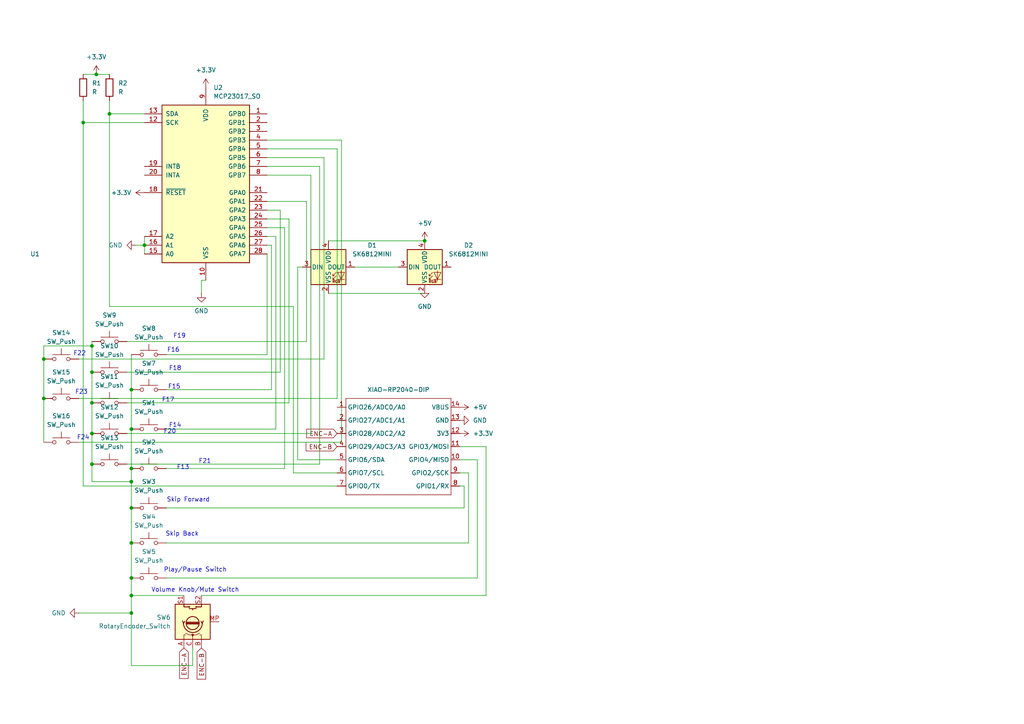
<source format=kicad_sch>
(kicad_sch (version 20231120) (generator "eeschema") (generator_version "8.0")
  (paper "A4")
  (lib_symbols
    (symbol "Device:R" (pin_numbers hide) (pin_names (offset 0))
      (property "Reference" "R" (at 2.032 0 90))
      (property "Value" "R" (at 0 0 90))
      (symbol "R_0_1"
        (rectangle (start -1.016 -2.54) (end 1.016 2.54) (stroke (width 0.254)))
      )
      (symbol "R_1_1"
        (pin passive line (at 0 3.81 270) (length 1.27) (name "~") (number "1"))
        (pin passive line (at 0 -3.81 90) (length 1.27) (name "~") (number "2"))
      )
    )
    (symbol "Device:RotaryEncoder_Switch_MP" (pin_names (offset 0.254) hide)
      (property "Reference" "SW" (at 0 8.89 0))
      (property "Value" "RotaryEncoder_Switch_MP" (at 0 6.35 0))
      (symbol "RotaryEncoder_Switch_MP_0_1"
        (rectangle (start -5.08 5.08) (end 5.08 -5.08) (stroke (width 0.254)) (fill (type background)))
        (circle (center -3.81 0) (radius 0.254) (fill (type outline)))
        (circle (center -0.381 0) (radius 1.905) (stroke (width 0.254)))
        (arc (start -0.381 2.667) (mid -3.0988 -0.0635) (end -0.381 -2.794) (stroke (width 0.254)))
        (polyline (pts (xy -0.635 -1.778) (xy -0.635 1.778)) (stroke (width 0.254)))
        (polyline (pts (xy -0.381 -1.778) (xy -0.381 1.778)) (stroke (width 0.254)))
        (polyline (pts (xy -0.127 1.778) (xy -0.127 -1.778)) (stroke (width 0.254)))
        (polyline (pts (xy 3.81 0) (xy 3.429 0)) (stroke (width 0.254)))
        (polyline (pts (xy 3.81 1.016) (xy 3.81 -1.016)) (stroke (width 0.254)))
        (polyline (pts (xy -5.08 -2.54) (xy -3.81 -2.54) (xy -3.81 -2.032)))
        (polyline (pts (xy -5.08 2.54) (xy -3.81 2.54) (xy -3.81 2.032)))
        (polyline (pts (xy 0.254 -3.048) (xy -0.508 -2.794) (xy 0.127 -2.413)) (stroke (width 0.254)))
        (polyline (pts (xy 0.254 2.921) (xy -0.508 2.667) (xy 0.127 2.286)) (stroke (width 0.254)))
        (polyline (pts (xy 5.08 -2.54) (xy 4.318 -2.54) (xy 4.318 -1.016)) (stroke (width 0.254)))
        (polyline (pts (xy 5.08 2.54) (xy 4.318 2.54) (xy 4.318 1.016)) (stroke (width 0.254)))
        (polyline (pts (xy -5.08 0) (xy -3.81 0) (xy -3.81 -1.016) (xy -3.302 -2.032)))
        (polyline (pts (xy -4.318 0) (xy -3.81 0) (xy -3.81 1.016) (xy -3.302 2.032)))
        (circle (center 4.318 -1.016) (radius 0.127) (stroke (width 0.254)))
        (circle (center 4.318 1.016) (radius 0.127) (stroke (width 0.254)))
      )
      (symbol "RotaryEncoder_Switch_MP_1_1"
        (pin passive line (at -7.62 2.54 0) (length 2.54) (name "A") (number "A"))
        (pin passive line (at -7.62 -2.54 0) (length 2.54) (name "B") (number "B"))
        (pin passive line (at -7.62 0 0) (length 2.54) (name "C") (number "C"))
        (pin passive line (at 0 -7.62 90) (length 2.54) (name "MP") (number "MP"))
        (pin passive line (at 7.62 2.54 180) (length 2.54) (name "S1") (number "S1"))
        (pin passive line (at 7.62 -2.54 180) (length 2.54) (name "S2") (number "S2"))
      )
    )
    (symbol "Interface_Expansion:MCP23017_SO" (pin_names (offset 1.016))
      (property "Reference" "U" (at -11.43 24.13 0))
      (property "Value" "MCP23017_SO" (at 0 0 0))
      (symbol "MCP23017_SO_0_1"
        (rectangle (start -12.7 22.86) (end 12.7 -22.86) (stroke (width 0.254)) (fill (type background)))
      )
      (symbol "MCP23017_SO_1_1"
        (pin bidirectional line (at 17.78 20.32 180) (length 5.08) (name "GPB0") (number "1"))
        (pin power_in line (at 0 -27.94 90) (length 5.08) (name "VSS") (number "10"))
        (pin no_connect line (at -12.7 15.24 0) (length 5.08) hide (name "NC") (number "11"))
        (pin input line (at -17.78 17.78 0) (length 5.08) (name "SCK") (number "12"))
        (pin bidirectional line (at -17.78 20.32 0) (length 5.08) (name "SDA") (number "13"))
        (pin no_connect line (at -12.7 12.7 0) (length 5.08) hide (name "NC") (number "14"))
        (pin input line (at -17.78 -20.32 0) (length 5.08) (name "A0") (number "15"))
        (pin input line (at -17.78 -17.78 0) (length 5.08) (name "A1") (number "16"))
        (pin input line (at -17.78 -15.24 0) (length 5.08) (name "A2") (number "17"))
        (pin input line (at -17.78 -2.54 0) (length 5.08) (name "~{RESET}") (number "18"))
        (pin tri_state line (at -17.78 5.08 0) (length 5.08) (name "INTB") (number "19"))
        (pin bidirectional line (at 17.78 17.78 180) (length 5.08) (name "GPB1") (number "2"))
        (pin tri_state line (at -17.78 2.54 0) (length 5.08) (name "INTA") (number "20"))
        (pin bidirectional line (at 17.78 -2.54 180) (length 5.08) (name "GPA0") (number "21"))
        (pin bidirectional line (at 17.78 -5.08 180) (length 5.08) (name "GPA1") (number "22"))
        (pin bidirectional line (at 17.78 -7.62 180) (length 5.08) (name "GPA2") (number "23"))
        (pin bidirectional line (at 17.78 -10.16 180) (length 5.08) (name "GPA3") (number "24"))
        (pin bidirectional line (at 17.78 -12.7 180) (length 5.08) (name "GPA4") (number "25"))
        (pin bidirectional line (at 17.78 -15.24 180) (length 5.08) (name "GPA5") (number "26"))
        (pin bidirectional line (at 17.78 -17.78 180) (length 5.08) (name "GPA6") (number "27"))
        (pin output line (at 17.78 -20.32 180) (length 5.08) (name "GPA7") (number "28"))
        (pin bidirectional line (at 17.78 15.24 180) (length 5.08) (name "GPB2") (number "3"))
        (pin bidirectional line (at 17.78 12.7 180) (length 5.08) (name "GPB3") (number "4"))
        (pin bidirectional line (at 17.78 10.16 180) (length 5.08) (name "GPB4") (number "5"))
        (pin bidirectional line (at 17.78 7.62 180) (length 5.08) (name "GPB5") (number "6"))
        (pin bidirectional line (at 17.78 5.08 180) (length 5.08) (name "GPB6") (number "7"))
        (pin output line (at 17.78 2.54 180) (length 5.08) (name "GPB7") (number "8"))
        (pin power_in line (at 0 27.94 270) (length 5.08) (name "VDD") (number "9"))
      )
    )
    (symbol "LED:SK6812MINI" (pin_names (offset 0.254))
      (property "Reference" "D" (at 5.08 5.715 0))
      (property "Value" "SK6812MINI" (at 1.27 -5.715 0))
      (symbol "SK6812MINI_0_0"
        (text "RGB" (at 2.286 -4.191 0) (effects (font (size 0.762 0.762))))
      )
      (symbol "SK6812MINI_0_1"
        (polyline (pts (xy 1.27 -3.556) (xy 1.778 -3.556)))
        (polyline (pts (xy 1.27 -2.54) (xy 1.778 -2.54)))
        (polyline (pts (xy 4.699 -3.556) (xy 2.667 -3.556)))
        (polyline (pts (xy 2.286 -2.54) (xy 1.27 -3.556) (xy 1.27 -3.048)))
        (polyline (pts (xy 2.286 -1.524) (xy 1.27 -2.54) (xy 1.27 -2.032)))
        (polyline (pts (xy 3.683 -1.016) (xy 3.683 -3.556) (xy 3.683 -4.064)))
        (polyline (pts (xy 4.699 -1.524) (xy 2.667 -1.524) (xy 3.683 -3.556) (xy 4.699 -1.524)))
        (rectangle (start 5.08 5.08) (end -5.08 -5.08) (stroke (width 0.254)) (fill (type background)))
      )
      (symbol "SK6812MINI_1_1"
        (pin output line (at 7.62 0 180) (length 2.54) (name "DOUT") (number "1"))
        (pin power_in line (at 0 -7.62 90) (length 2.54) (name "VSS") (number "2"))
        (pin input line (at -7.62 0 0) (length 2.54) (name "DIN") (number "3"))
        (pin power_in line (at 0 7.62 270) (length 2.54) (name "VDD") (number "4"))
      )
    )
    (symbol "OPL:XIAO-RP2040-DIP"
      (property "Reference" "U" (at 0 0 0))
      (property "Value" "XIAO-RP2040-DIP" (at 5.334 -1.778 0))
      (symbol "XIAO-RP2040-DIP_1_0"
        (polyline (pts (xy -1.27 -30.48) (xy -1.27 -16.51)) (stroke (width 0.1524)))
        (polyline (pts (xy -1.27 -27.94) (xy -2.54 -27.94)) (stroke (width 0.1524)))
        (polyline (pts (xy -1.27 -24.13) (xy -2.54 -24.13)) (stroke (width 0.1524)))
        (polyline (pts (xy -1.27 -20.32) (xy -2.54 -20.32)) (stroke (width 0.1524)))
        (polyline (pts (xy -1.27 -16.51) (xy -2.54 -16.51)) (stroke (width 0.1524)))
        (polyline (pts (xy -1.27 -16.51) (xy -1.27 -12.7)) (stroke (width 0.1524)))
        (polyline (pts (xy -1.27 -12.7) (xy -2.54 -12.7)) (stroke (width 0.1524)))
        (polyline (pts (xy -1.27 -12.7) (xy -1.27 -8.89)) (stroke (width 0.1524)))
        (polyline (pts (xy -1.27 -8.89) (xy -2.54 -8.89)) (stroke (width 0.1524)))
        (polyline (pts (xy -1.27 -8.89) (xy -1.27 -5.08)) (stroke (width 0.1524)))
        (polyline (pts (xy -1.27 -5.08) (xy -2.54 -5.08)) (stroke (width 0.1524)))
        (polyline (pts (xy -1.27 -5.08) (xy -1.27 -2.54)) (stroke (width 0.1524)))
        (polyline (pts (xy -1.27 -2.54) (xy 29.21 -2.54)) (stroke (width 0.1524)))
        (polyline (pts (xy 29.21 -30.48) (xy -1.27 -30.48)) (stroke (width 0.1524)))
        (polyline (pts (xy 29.21 -12.7) (xy 29.21 -30.48)) (stroke (width 0.1524)))
        (polyline (pts (xy 29.21 -8.89) (xy 29.21 -12.7)) (stroke (width 0.1524)))
        (polyline (pts (xy 29.21 -5.08) (xy 29.21 -8.89)) (stroke (width 0.1524)))
        (polyline (pts (xy 29.21 -2.54) (xy 29.21 -5.08)) (stroke (width 0.1524)))
        (polyline (pts (xy 30.48 -27.94) (xy 29.21 -27.94)) (stroke (width 0.1524)))
        (polyline (pts (xy 30.48 -24.13) (xy 29.21 -24.13)) (stroke (width 0.1524)))
        (polyline (pts (xy 30.48 -20.32) (xy 29.21 -20.32)) (stroke (width 0.1524)))
        (polyline (pts (xy 30.48 -16.51) (xy 29.21 -16.51)) (stroke (width 0.1524)))
        (polyline (pts (xy 30.48 -12.7) (xy 29.21 -12.7)) (stroke (width 0.1524)))
        (polyline (pts (xy 30.48 -8.89) (xy 29.21 -8.89)) (stroke (width 0.1524)))
        (polyline (pts (xy 30.48 -5.08) (xy 29.21 -5.08)) (stroke (width 0.1524)))
        (pin passive line (at -3.81 -5.08 0) (length 2.54) (name "GPIO26/ADC0/A0") (number "1"))
        (pin passive line (at 31.75 -20.32 180) (length 2.54) (name "GPIO4/MISO") (number "10"))
        (pin passive line (at 31.75 -16.51 180) (length 2.54) (name "GPIO3/MOSI") (number "11"))
        (pin passive line (at 31.75 -12.7 180) (length 2.54) (name "3V3") (number "12"))
        (pin passive line (at 31.75 -8.89 180) (length 2.54) (name "GND") (number "13"))
        (pin passive line (at 31.75 -5.08 180) (length 2.54) (name "VBUS") (number "14"))
        (pin passive line (at -3.81 -8.89 0) (length 2.54) (name "GPIO27/ADC1/A1") (number "2"))
        (pin passive line (at -3.81 -12.7 0) (length 2.54) (name "GPIO28/ADC2/A2") (number "3"))
        (pin passive line (at -3.81 -16.51 0) (length 2.54) (name "GPIO29/ADC3/A3") (number "4"))
        (pin passive line (at -3.81 -20.32 0) (length 2.54) (name "GPIO6/SDA") (number "5"))
        (pin passive line (at -3.81 -24.13 0) (length 2.54) (name "GPIO7/SCL") (number "6"))
        (pin passive line (at -3.81 -27.94 0) (length 2.54) (name "GPIO0/TX") (number "7"))
        (pin passive line (at 31.75 -27.94 180) (length 2.54) (name "GPIO1/RX") (number "8"))
        (pin passive line (at 31.75 -24.13 180) (length 2.54) (name "GPIO2/SCK") (number "9"))
      )
    )
    (symbol "Switch:SW_Push" (pin_numbers hide) (pin_names (offset 1.016) hide)
      (property "Reference" "SW" (at 1.27 2.54 0))
      (property "Value" "SW_Push" (at 0 -1.524 0))
      (symbol "SW_Push_0_1"
        (circle (center -2.032 0) (radius 0.508))
        (polyline (pts (xy 0 1.27) (xy 0 3.048)))
        (polyline (pts (xy 2.54 1.27) (xy -2.54 1.27)))
        (circle (center 2.032 0) (radius 0.508))
        (pin passive line (at -5.08 0 0) (length 2.54) (name "1") (number "1"))
        (pin passive line (at 5.08 0 180) (length 2.54) (name "2") (number "2"))
      )
    )
    (symbol "power:+3.3V" (power) (pin_numbers hide) (pin_names (offset 0) hide)
      (property "Value" "+3.3V" (at 0 3.556 0))
      (symbol "+3.3V_0_1"
        (polyline (pts (xy -0.762 1.27) (xy 0 2.54)))
        (polyline (pts (xy 0 0) (xy 0 2.54)))
        (polyline (pts (xy 0 2.54) (xy 0.762 1.27)))
      )
      (symbol "+3.3V_1_1"
        (pin power_in line (at 0 0 90) (length 0) (name "~") (number "1"))
      )
    )
    (symbol "power:+5V" (power) (pin_numbers hide) (pin_names (offset 0) hide)
      (property "Value" "+5V" (at 0 3.556 0))
      (symbol "+5V_0_1"
        (polyline (pts (xy -0.762 1.27) (xy 0 2.54)))
        (polyline (pts (xy 0 0) (xy 0 2.54)))
        (polyline (pts (xy 0 2.54) (xy 0.762 1.27)))
      )
      (symbol "+5V_1_1"
        (pin power_in line (at 0 0 90) (length 0) (name "~") (number "1"))
      )
    )
    (symbol "power:GND" (power) (pin_numbers hide) (pin_names (offset 0) hide)
      (property "Value" "GND" (at 0 -3.81 0))
      (symbol "GND_0_1"
        (polyline (pts (xy 0 0) (xy 0 -1.27) (xy 1.27 -1.27) (xy 0 -2.54) (xy -1.27 -1.27) (xy 0 -1.27)))
      )
      (symbol "GND_1_1"
        (pin power_in line (at 0 0 270) (length 0) (name "~") (number "1"))
      )
    )
  )
  (junction (at 123.19 69.85))
  (junction (at 26.67 100.33))
  (junction (at 41.91 71.12))
  (junction (at 38.1 177.8))
  (junction (at 38.1 124.46))
  (junction (at 38.1 167.64))
  (junction (at 26.67 125.73))
  (junction (at 26.67 116.84))
  (junction (at 12.7 115.57))
  (junction (at 38.1 147.32))
  (junction (at 26.67 107.95))
  (junction (at 38.1 157.48))
  (junction (at 38.1 135.89))
  (junction (at 12.7 104.14))
  (junction (at 26.67 134.62))
  (junction (at 38.1 172.72))
  (junction (at 38.1 139.7))
  (junction (at 27.94 21.59))
  (junction (at 38.1 113.03))
  (junction (at 24.13 35.56))
  (junction (at 31.75 33.02))
  (wire (pts (xy 88.9 58.42) (xy 77.47 58.42)))
  (wire (pts (xy 36.83 107.95) (xy 81.28 107.95)))
  (wire (pts (xy 12.7 100.33) (xy 26.67 100.33)))
  (wire (pts (xy 26.67 107.95) (xy 26.67 116.84)))
  (wire (pts (xy 26.67 125.73) (xy 26.67 134.62)))
  (wire (pts (xy 38.1 172.72) (xy 53.34 172.72)))
  (wire (pts (xy 27.94 21.59) (xy 31.75 21.59)))
  (wire (pts (xy 24.13 140.97) (xy 97.79 140.97)))
  (wire (pts (xy 134.62 147.32) (xy 134.62 140.97)))
  (wire (pts (xy 140.97 129.54) (xy 133.35 129.54)))
  (wire (pts (xy 82.55 66.04) (xy 77.47 66.04)))
  (wire (pts (xy 31.75 33.02) (xy 41.91 33.02)))
  (wire (pts (xy 26.67 134.62) (xy 26.67 139.7)))
  (wire (pts (xy 38.1 167.64) (xy 38.1 172.72)))
  (wire (pts (xy 22.86 104.14) (xy 93.98 104.14)))
  (wire (pts (xy 22.86 177.8) (xy 38.1 177.8)))
  (wire (pts (xy 48.26 157.48) (xy 135.89 157.48)))
  (wire (pts (xy 102.87 77.47) (xy 115.57 77.47)))
  (wire (pts (xy 135.89 157.48) (xy 135.89 137.16)))
  (wire (pts (xy 26.67 139.7) (xy 38.1 139.7)))
  (wire (pts (xy 22.86 115.57) (xy 97.79 115.57)))
  (wire (pts (xy 99.06 40.64) (xy 77.47 40.64)))
  (wire (pts (xy 26.67 116.84) (xy 26.67 125.73)))
  (wire (pts (xy 138.43 133.35) (xy 138.43 167.64)))
  (wire (pts (xy 83.82 63.5) (xy 77.47 63.5)))
  (wire (pts (xy 41.91 71.12) (xy 41.91 68.58)))
  (wire (pts (xy 134.62 140.97) (xy 133.35 140.97)))
  (wire (pts (xy 31.75 88.9) (xy 85.09 88.9)))
  (wire (pts (xy 31.75 88.9) (xy 31.75 33.02)))
  (wire (pts (xy 85.09 88.9) (xy 85.09 137.16)))
  (wire (pts (xy 24.13 35.56) (xy 41.91 35.56)))
  (wire (pts (xy 97.79 43.18) (xy 77.47 43.18)))
  (wire (pts (xy 38.1 147.32) (xy 38.1 157.48)))
  (wire (pts (xy 58.42 81.28) (xy 58.42 85.09)))
  (wire (pts (xy 90.17 125.73) (xy 90.17 50.8)))
  (wire (pts (xy 85.09 137.16) (xy 97.79 137.16)))
  (wire (pts (xy 55.88 193.04) (xy 55.88 187.96)))
  (wire (pts (xy 82.55 66.04) (xy 82.55 135.89)))
  (wire (pts (xy 88.9 99.06) (xy 88.9 58.42)))
  (wire (pts (xy 48.26 147.32) (xy 134.62 147.32)))
  (wire (pts (xy 48.26 167.64) (xy 138.43 167.64)))
  (wire (pts (xy 38.1 102.87) (xy 38.1 113.03)))
  (wire (pts (xy 138.43 133.35) (xy 133.35 133.35)))
  (wire (pts (xy 81.28 60.96) (xy 77.47 60.96)))
  (wire (pts (xy 86.36 133.35) (xy 97.79 133.35)))
  (wire (pts (xy 93.98 45.72) (xy 77.47 45.72)))
  (wire (pts (xy 12.7 104.14) (xy 12.7 100.33)))
  (wire (pts (xy 38.1 124.46) (xy 38.1 135.89)))
  (wire (pts (xy 38.1 139.7) (xy 38.1 147.32)))
  (wire (pts (xy 95.25 85.09) (xy 123.19 85.09)))
  (wire (pts (xy 38.1 193.04) (xy 55.88 193.04)))
  (wire (pts (xy 83.82 63.5) (xy 83.82 116.84)))
  (wire (pts (xy 93.98 104.14) (xy 93.98 45.72)))
  (wire (pts (xy 41.91 71.12) (xy 41.91 73.66)))
  (wire (pts (xy 26.67 100.33) (xy 26.67 107.95)))
  (wire (pts (xy 36.83 134.62) (xy 92.71 134.62)))
  (wire (pts (xy 48.26 135.89) (xy 82.55 135.89)))
  (wire (pts (xy 38.1 177.8) (xy 38.1 193.04)))
  (wire (pts (xy 38.1 172.72) (xy 38.1 177.8)))
  (wire (pts (xy 80.01 68.58) (xy 77.47 68.58)))
  (wire (pts (xy 58.42 172.72) (xy 140.97 172.72)))
  (wire (pts (xy 78.74 113.03) (xy 78.74 71.12)))
  (wire (pts (xy 38.1 113.03) (xy 38.1 124.46)))
  (wire (pts (xy 24.13 35.56) (xy 24.13 140.97)))
  (wire (pts (xy 59.69 81.28) (xy 58.42 81.28)))
  (wire (pts (xy 24.13 21.59) (xy 27.94 21.59)))
  (wire (pts (xy 81.28 107.95) (xy 81.28 60.96)))
  (wire (pts (xy 86.36 77.47) (xy 87.63 77.47)))
  (wire (pts (xy 86.36 77.47) (xy 86.36 133.35)))
  (wire (pts (xy 38.1 135.89) (xy 38.1 139.7)))
  (wire (pts (xy 77.47 102.87) (xy 77.47 73.66)))
  (wire (pts (xy 36.83 99.06) (xy 88.9 99.06)))
  (wire (pts (xy 36.83 116.84) (xy 83.82 116.84)))
  (wire (pts (xy 48.26 113.03) (xy 78.74 113.03)))
  (wire (pts (xy 99.06 128.27) (xy 99.06 40.64)))
  (wire (pts (xy 22.86 128.27) (xy 99.06 128.27)))
  (wire (pts (xy 140.97 172.72) (xy 140.97 129.54)))
  (wire (pts (xy 48.26 124.46) (xy 80.01 124.46)))
  (wire (pts (xy 80.01 124.46) (xy 80.01 68.58)))
  (wire (pts (xy 31.75 29.21) (xy 31.75 33.02)))
  (wire (pts (xy 39.37 71.12) (xy 41.91 71.12)))
  (wire (pts (xy 24.13 29.21) (xy 24.13 35.56)))
  (wire (pts (xy 78.74 71.12) (xy 77.47 71.12)))
  (wire (pts (xy 12.7 115.57) (xy 12.7 104.14)))
  (wire (pts (xy 92.71 48.26) (xy 77.47 48.26)))
  (wire (pts (xy 12.7 128.27) (xy 12.7 115.57)))
  (wire (pts (xy 135.89 137.16) (xy 133.35 137.16)))
  (wire (pts (xy 90.17 50.8) (xy 77.47 50.8)))
  (wire (pts (xy 38.1 157.48) (xy 38.1 167.64)))
  (wire (pts (xy 48.26 102.87) (xy 77.47 102.87)))
  (wire (pts (xy 95.25 69.85) (xy 123.19 69.85)))
  (wire (pts (xy 36.83 125.73) (xy 90.17 125.73)))
  (wire (pts (xy 97.79 115.57) (xy 97.79 43.18)))
  (wire (pts (xy 26.67 99.06) (xy 26.67 100.33)))
  (wire (pts (xy 92.71 134.62) (xy 92.71 48.26)))
  (text "F16" (at 50.292 101.6 0) (effects (font (size 1.27 1.27))))
  (text "F18\n" (at 50.8 106.934 0) (effects (font (size 1.27 1.27))))
  (text "F13" (at 53.086 135.636 0) (effects (font (size 1.27 1.27))))
  (text "F17" (at 48.768 116.078 0) (effects (font (size 1.27 1.27))))
  (text "F23" (at 23.622 113.792 0) (effects (font (size 1.27 1.27))))
  (text "Volume Knob/Mute Switch" (at 56.642 171.196 0) (effects (font (size 1.27 1.27))))
  (text "F19" (at 52.07 97.536 0) (effects (font (size 1.27 1.27))))
  (text "Skip Forward" (at 54.61 145.034 0) (effects (font (size 1.27 1.27))))
  (text "F20" (at 49.276 125.222 0) (effects (font (size 1.27 1.27))))
  (text "F22" (at 23.114 102.616 0) (effects (font (size 1.27 1.27))))
  (text "F24" (at 24.13 127 0) (effects (font (size 1.27 1.27))))
  (text "F15" (at 50.546 112.268 0) (effects (font (size 1.27 1.27))))
  (text "Skip Back" (at 52.832 154.94 0) (effects (font (size 1.27 1.27))))
  (text "F21" (at 59.436 133.858 0) (effects (font (size 1.27 1.27))))
  (text "Play/Pause Switch" (at 56.642 165.354 0) (effects (font (size 1.27 1.27))))
  (text "F14\n" (at 50.8 123.444 0) (effects (font (size 1.27 1.27))))
  (global_label "ENC-A" (shape input) (at 97.79 125.73 180) (property "Intersheetrefs" "${INTERSHEET_REFS}" (effects (hide yes))))
  (global_label "ENC-B" (shape input) (at 97.79 129.54 180) (property "Intersheetrefs" "${INTERSHEET_REFS}" (effects (hide yes))))
  (global_label "ENC-A" (shape input) (at 53.34 187.96 270) (property "Intersheetrefs" "${INTERSHEET_REFS}" (effects (hide yes))))
  (global_label "ENC-B" (shape input) (at 58.42 187.96 270) (property "Intersheetrefs" "${INTERSHEET_REFS}" (effects (hide yes))))
  (symbol (lib_id "Switch:SW_Push") (at 43.18 147.32 0) (unit 1)
    (property "Reference" "SW3" (at 43.18 139.7 0))
    (property "Value" "SW_Push" (at 43.18 142.24 0))
    (property "Footprint" "3D Models:SW_Cherry_MX_1.00u_PCB_3D" (effects (hide yes)))
    (property "Description" "Push button switch, generic, two pins" (effects (hide yes)))
  )
  (symbol (lib_id "power:+5V") (at 123.19 69.85 0) (unit 1)
    (property "Reference" "#PWR05" (effects (hide yes)))
    (property "Value" "+5V" (at 123.19 64.77 0))
    (property "Description" "Power symbol creates a global label with name \"+5V\"" (effects (hide yes)))
  )
  (symbol (lib_id "power:GND") (at 22.86 177.8 270) (unit 1)
    (property "Reference" "#PWR01" (effects (hide yes)))
    (property "Value" "GND" (at 19.05 177.7999 90) (effects (justify right)))
    (property "Description" "Power symbol creates a global label with name \"GND\" , ground" (effects (hide yes)))
  )
  (symbol (lib_id "Switch:SW_Push") (at 31.75 99.06 0) (unit 1)
    (property "Reference" "SW9" (at 31.75 91.44 0))
    (property "Value" "SW_Push" (at 31.75 93.98 0))
    (property "Footprint" "3D Models:SW_Cherry_MX_1.00u_PCB_3D" (effects (hide yes)))
    (property "Description" "Push button switch, generic, two pins" (effects (hide yes)))
  )
  (symbol (lib_id "Interface_Expansion:MCP23017_SO") (at 59.69 53.34 0) (unit 1)
    (property "Reference" "U2" (at 61.8841 25.4 0) (effects (justify left)))
    (property "Value" "MCP23017_SO" (at 61.8841 27.94 0) (effects (justify left)))
    (property "Footprint" "Package_SO:SOIC-28W_7.5x17.9mm_P1.27mm" (effects (hide yes)))
    (property "Datasheet" "https://ww1.microchip.com/downloads/aemDocuments/documents/APID/ProductDocuments/DataSheets/MCP23017-Data-Sheet-DS20001952.pdf" (effects (hide yes)))
    (property "Description" "16-bit I/O expander, I2C, interrupts, w pull-ups, GPA/B7 output only (https://microchip.my.site.com/s/article/GPA7---GPB7-Cannot-Be-Used-as-Inputs-In-MCP23017),  SOIC-28" (effects (hide yes)))
  )
  (symbol (lib_id "Switch:SW_Push") (at 31.75 125.73 0) (unit 1)
    (property "Reference" "SW12" (at 31.75 118.11 0))
    (property "Value" "SW_Push" (at 31.75 120.65 0))
    (property "Footprint" "3D Models:SW_Cherry_MX_1.00u_PCB_3D" (effects (hide yes)))
    (property "Description" "Push button switch, generic, two pins" (effects (hide yes)))
  )
  (symbol (lib_id "Switch:SW_Push") (at 43.18 102.87 0) (unit 1)
    (property "Reference" "SW8" (at 43.18 95.25 0))
    (property "Value" "SW_Push" (at 43.18 97.79 0))
    (property "Footprint" "3D Models:SW_Cherry_MX_1.00u_PCB_3D" (effects (hide yes)))
    (property "Description" "Push button switch, generic, two pins" (effects (hide yes)))
  )
  (symbol (lib_id "Switch:SW_Push") (at 43.18 167.64 0) (unit 1)
    (property "Reference" "SW5" (at 43.18 160.02 0))
    (property "Value" "SW_Push" (at 43.18 162.56 0))
    (property "Footprint" "3D Models:SW_Cherry_MX_1.00u_PCB_3D" (effects (hide yes)))
    (property "Description" "Push button switch, generic, two pins" (effects (hide yes)))
  )
  (symbol (lib_id "power:+3.3V") (at 41.91 55.88 90) (unit 1)
    (property "Reference" "#PWR09" (effects (hide yes)))
    (property "Value" "+3.3V" (at 38.1 55.8799 90) (effects (justify left)))
    (property "Description" "Power symbol creates a global label with name \"+3.3V\"" (effects (hide yes)))
  )
  (symbol (lib_id "power:GND") (at 39.37 71.12 270) (unit 1)
    (property "Reference" "#PWR010" (effects (hide yes)))
    (property "Value" "GND" (at 35.56 71.1199 90) (effects (justify right)))
    (property "Description" "Power symbol creates a global label with name \"GND\" , ground" (effects (hide yes)))
  )
  (symbol (lib_id "Device:R") (at 24.13 25.4 0) (unit 1)
    (property "Reference" "R1" (at 26.67 24.1299 0) (effects (justify left)))
    (property "Value" "R" (at 26.67 26.6699 0) (effects (justify left)))
    (property "Footprint" "Resistor_THT:R_Axial_DIN0204_L3.6mm_D1.6mm_P7.62mm_Horizontal" (effects (hide yes)))
    (property "Description" "Resistor" (effects (hide yes)))
  )
  (symbol (lib_id "Device:RotaryEncoder_Switch_MP") (at 55.88 180.34 90) (unit 1)
    (property "Reference" "SW6" (at 49.53 179.0699 90) (effects (justify left)))
    (property "Value" "RotaryEncoder_Switch" (at 49.53 181.6099 90) (effects (justify left)))
    (property "Footprint" "3D Models:RotaryEncoder_Alps_EC11E-Switch_Vertical_H20mm_CircularMountingHoles_3D" (effects (hide yes)))
    (property "Description" "Rotary encoder, dual channel, incremental quadrate outputs, with switch and MP Pin" (effects (hide yes)))
  )
  (symbol (lib_id "power:GND") (at 123.19 83.82 0) (unit 1)
    (property "Reference" "#PWR04" (effects (hide yes)))
    (property "Value" "GND" (at 123.19 88.9 0))
    (property "Description" "Power symbol creates a global label with name \"GND\" , ground" (effects (hide yes)))
  )
  (symbol (lib_id "power:GND") (at 133.35 121.92 90) (unit 1)
    (property "Reference" "#PWR03" (effects (hide yes)))
    (property "Value" "GND" (at 137.16 121.9199 90) (effects (justify right)))
    (property "Description" "Power symbol creates a global label with name \"GND\" , ground" (effects (hide yes)))
  )
  (symbol (lib_id "Device:R") (at 31.75 25.4 0) (unit 1)
    (property "Reference" "R2" (at 34.29 24.1299 0) (effects (justify left)))
    (property "Value" "R" (at 34.29 26.6699 0) (effects (justify left)))
    (property "Footprint" "Resistor_THT:R_Axial_DIN0204_L3.6mm_D1.6mm_P7.62mm_Horizontal" (effects (hide yes)))
    (property "Description" "Resistor" (effects (hide yes)))
  )
  (symbol (lib_id "Switch:SW_Push") (at 43.18 157.48 0) (unit 1)
    (property "Reference" "SW4" (at 43.18 149.86 0))
    (property "Value" "SW_Push" (at 43.18 152.4 0))
    (property "Footprint" "3D Models:SW_Cherry_MX_1.00u_PCB_3D" (effects (hide yes)))
    (property "Description" "Push button switch, generic, two pins" (effects (hide yes)))
  )
  (symbol (lib_id "LED:SK6812MINI") (at 123.19 77.47 0) (unit 1)
    (property "Reference" "D2" (at 135.89 71.1514 0))
    (property "Value" "SK6812MINI" (at 135.89 73.6914 0))
    (property "Footprint" "3D Models:LED_SK6812MINI_PLCC4_3.5x3.5mm_P1.75mm_3D" (effects (hide yes)))
    (property "Datasheet" "https://cdn-shop.adafruit.com/product-files/2686/SK6812MINI_REV.01-1-2.pdf" (effects (hide yes)))
    (property "Description" "RGB LED with integrated controller" (effects (hide yes)))
  )
  (symbol (lib_id "power:GND") (at 58.42 85.09 0) (unit 1)
    (property "Reference" "#PWR08" (effects (hide yes)))
    (property "Value" "GND" (at 58.42 90.17 0))
    (property "Description" "Power symbol creates a global label with name \"GND\" , ground" (effects (hide yes)))
  )
  (symbol (lib_id "Switch:SW_Push") (at 43.18 113.03 0) (unit 1)
    (property "Reference" "SW7" (at 43.18 105.41 0))
    (property "Value" "SW_Push" (at 43.18 107.95 0))
    (property "Footprint" "3D Models:SW_Cherry_MX_1.00u_PCB_3D" (effects (hide yes)))
    (property "Description" "Push button switch, generic, two pins" (effects (hide yes)))
  )
  (symbol (lib_id "power:+3.3V") (at 133.35 125.73 270) (unit 1)
    (property "Reference" "#PWR011" (effects (hide yes)))
    (property "Value" "+3.3V" (at 137.16 125.7299 90) (effects (justify left)))
    (property "Description" "Power symbol creates a global label with name \"+3.3V\"" (effects (hide yes)))
  )
  (symbol (lib_id "power:+3.3V") (at 59.69 25.4 0) (unit 1)
    (property "Reference" "#PWR07" (effects (hide yes)))
    (property "Value" "+3.3V" (at 59.69 20.32 0))
    (property "Description" "Power symbol creates a global label with name \"+3.3V\"" (effects (hide yes)))
  )
  (symbol (lib_id "Switch:SW_Push") (at 43.18 124.46 0) (unit 1)
    (property "Reference" "SW1" (at 43.18 116.84 0))
    (property "Value" "SW_Push" (at 43.18 119.38 0))
    (property "Footprint" "3D Models:SW_Cherry_MX_1.00u_PCB_3D" (effects (hide yes)))
    (property "Description" "Push button switch, generic, two pins" (effects (hide yes)))
  )
  (symbol (lib_id "power:+5V") (at 133.35 118.11 270) (unit 1)
    (property "Reference" "#PWR02" (effects (hide yes)))
    (property "Value" "+5V" (at 137.16 118.1099 90) (effects (justify left)))
    (property "Description" "Power symbol creates a global label with name \"+5V\"" (effects (hide yes)))
  )
  (symbol (lib_id "power:+3.3V") (at 27.94 21.59 0) (unit 1)
    (property "Reference" "#PWR012" (effects (hide yes)))
    (property "Value" "+3.3V" (at 27.94 16.51 0))
    (property "Description" "Power symbol creates a global label with name \"+3.3V\"" (effects (hide yes)))
  )
  (symbol (lib_id "Switch:SW_Push") (at 31.75 134.62 0) (unit 1)
    (property "Reference" "SW13" (at 31.75 127 0))
    (property "Value" "SW_Push" (at 31.75 129.54 0))
    (property "Footprint" "3D Models:SW_Cherry_MX_1.00u_PCB_3D" (effects (hide yes)))
    (property "Description" "Push button switch, generic, two pins" (effects (hide yes)))
  )
  (symbol (lib_id "Switch:SW_Push") (at 43.18 135.89 0) (unit 1)
    (property "Reference" "SW2" (at 43.18 128.27 0))
    (property "Value" "SW_Push" (at 43.18 130.81 0))
    (property "Footprint" "3D Models:SW_Cherry_MX_1.00u_PCB_3D" (effects (hide yes)))
    (property "Description" "Push button switch, generic, two pins" (effects (hide yes)))
  )
  (symbol (lib_id "OPL:XIAO-RP2040-DIP") (at 101.6 113.03 0) (unit 1)
    (property "Reference" "U1" (at 10.16 73.66 0))
    (property "Value" "XIAO-RP2040-DIP" (at 115.57 113.03 0))
    (property "Footprint" "3D Models:XIAO-RP2040-DIP-3D" (effects (hide yes)))
  )
  (symbol (lib_id "Switch:SW_Push") (at 17.78 104.14 0) (unit 1)
    (property "Reference" "SW14" (at 17.78 96.52 0))
    (property "Value" "SW_Push" (at 17.78 99.06 0))
    (property "Footprint" "3D Models:SW_Cherry_MX_1.00u_PCB_3D" (effects (hide yes)))
    (property "Description" "Push button switch, generic, two pins" (effects (hide yes)))
  )
  (symbol (lib_id "Switch:SW_Push") (at 17.78 115.57 0) (unit 1)
    (property "Reference" "SW15" (at 17.78 107.95 0))
    (property "Value" "SW_Push" (at 17.78 110.49 0))
    (property "Footprint" "3D Models:SW_Cherry_MX_1.00u_PCB_3D" (effects (hide yes)))
    (property "Description" "Push button switch, generic, two pins" (effects (hide yes)))
  )
  (symbol (lib_id "Switch:SW_Push") (at 17.78 128.27 0) (unit 1)
    (property "Reference" "SW16" (at 17.78 120.65 0))
    (property "Value" "SW_Push" (at 17.78 123.19 0))
    (property "Footprint" "3D Models:SW_Cherry_MX_1.00u_PCB_3D" (effects (hide yes)))
    (property "Description" "Push button switch, generic, two pins" (effects (hide yes)))
  )
  (symbol (lib_id "LED:SK6812MINI") (at 95.25 77.47 0) (unit 1)
    (property "Reference" "D1" (at 107.95 71.1514 0))
    (property "Value" "SK6812MINI" (at 107.95 73.6914 0))
    (property "Footprint" "3D Models:LED_SK6812MINI_PLCC4_3.5x3.5mm_P1.75mm_3D" (effects (hide yes)))
    (property "Datasheet" "https://cdn-shop.adafruit.com/product-files/2686/SK6812MINI_REV.01-1-2.pdf" (effects (hide yes)))
    (property "Description" "RGB LED with integrated controller" (effects (hide yes)))
  )
  (symbol (lib_id "Switch:SW_Push") (at 31.75 116.84 0) (unit 1)
    (property "Reference" "SW11" (at 31.75 109.22 0))
    (property "Value" "SW_Push" (at 31.75 111.76 0))
    (property "Footprint" "3D Models:SW_Cherry_MX_1.00u_PCB_3D" (effects (hide yes)))
    (property "Description" "Push button switch, generic, two pins" (effects (hide yes)))
  )
  (symbol (lib_id "Switch:SW_Push") (at 31.75 107.95 0) (unit 1)
    (property "Reference" "SW10" (at 31.75 100.33 0))
    (property "Value" "SW_Push" (at 31.75 102.87 0))
    (property "Footprint" "3D Models:SW_Cherry_MX_1.00u_PCB_3D" (effects (hide yes)))
    (property "Description" "Push button switch, generic, two pins" (effects (hide yes)))
  )
)
</source>
